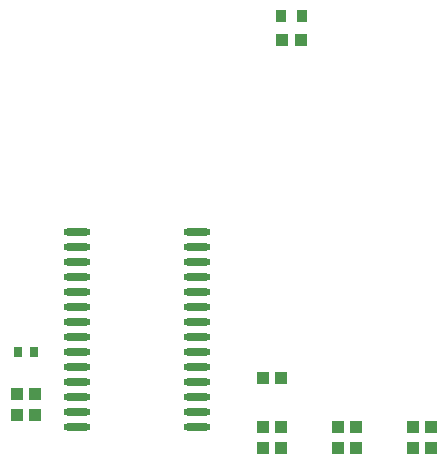
<source format=gtp>
G04 Layer: TopPasteMaskLayer*
G04 Panelize: , Column: 2, Row: 2, Board Size: 58.42mm x 58.42mm, Panelized Board Size: 118.84mm x 118.84mm*
G04 EasyEDA v6.5.34, 2023-09-08 22:54:38*
G04 dba1fe39ed644193aaf89d91fc4d53de,5a6b42c53f6a479593ecc07194224c93,10*
G04 Gerber Generator version 0.2*
G04 Scale: 100 percent, Rotated: No, Reflected: No *
G04 Dimensions in millimeters *
G04 leading zeros omitted , absolute positions ,4 integer and 5 decimal *
%FSLAX45Y45*%
%MOMM*%

%ADD10R,1.0000X1.1000*%
%ADD11R,0.8000X0.9000*%
%ADD12O,2.2999954X0.5999988*%
%ADD13R,0.8999X1.0000*%

%LPD*%
D10*
G01*
X3983990Y2514600D03*
G01*
X4143984Y2514600D03*
G01*
X3983990Y2095500D03*
G01*
X4143984Y2095500D03*
G01*
X3983990Y1917700D03*
G01*
X4143984Y1917700D03*
G01*
X4618990Y2095500D03*
G01*
X4778984Y2095500D03*
G01*
X4618990Y1917700D03*
G01*
X4778984Y1917700D03*
G01*
X5253990Y2095500D03*
G01*
X5413984Y2095500D03*
G01*
X5253990Y1917700D03*
G01*
X5413984Y1917700D03*
D11*
G01*
X2051202Y2730500D03*
G01*
X1911197Y2730500D03*
D10*
G01*
X1901189Y2374900D03*
G01*
X2061184Y2374900D03*
G01*
X1901189Y2197100D03*
G01*
X2061184Y2197100D03*
D12*
G01*
X2415260Y3746500D03*
G01*
X2415260Y3619500D03*
G01*
X2415260Y3492500D03*
G01*
X2415260Y3365500D03*
G01*
X2415260Y3238500D03*
G01*
X2415260Y3111500D03*
G01*
X2415260Y2984500D03*
G01*
X2415260Y2857500D03*
G01*
X2415260Y2730500D03*
G01*
X2415260Y2603500D03*
G01*
X2415260Y2476500D03*
G01*
X2415260Y2349500D03*
G01*
X2415260Y2222500D03*
G01*
X2415260Y2095500D03*
G01*
X3426764Y3746500D03*
G01*
X3426764Y3619500D03*
G01*
X3426764Y3492500D03*
G01*
X3426764Y3365500D03*
G01*
X3426764Y3238500D03*
G01*
X3426764Y3111500D03*
G01*
X3426764Y2984500D03*
G01*
X3426764Y2857500D03*
G01*
X3426764Y2730500D03*
G01*
X3426764Y2603500D03*
G01*
X3426764Y2476500D03*
G01*
X3426764Y2349500D03*
G01*
X3426764Y2222500D03*
G01*
X3426764Y2095500D03*
D13*
G01*
X4144086Y5575300D03*
G01*
X4314088Y5575300D03*
D10*
G01*
X4149090Y5372100D03*
G01*
X4309084Y5372100D03*
M02*

</source>
